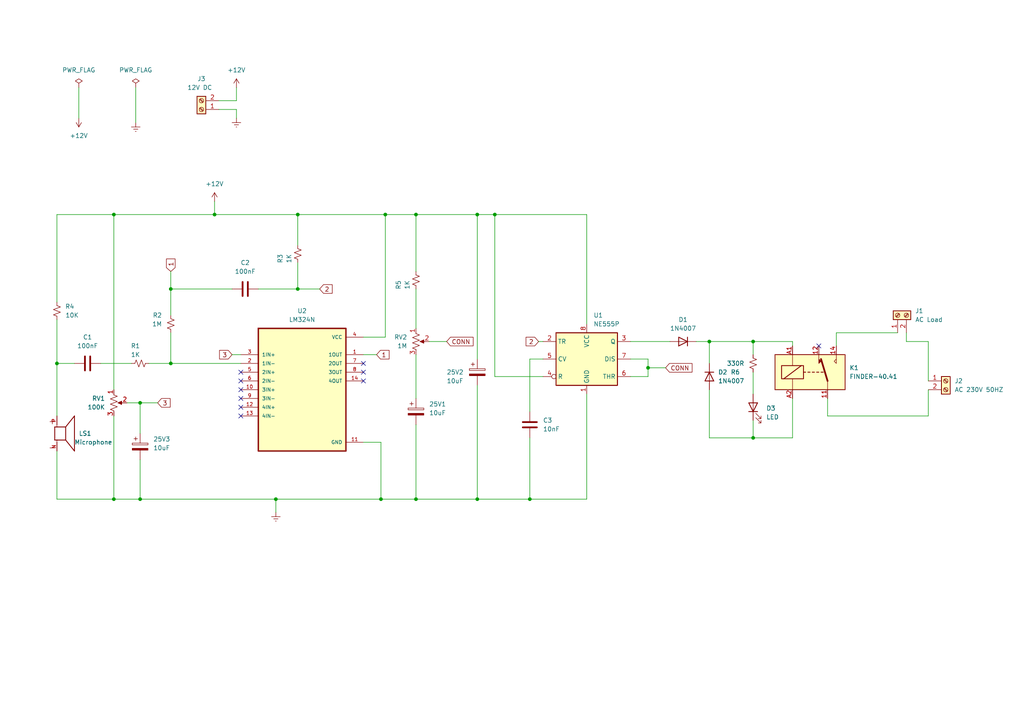
<source format=kicad_sch>
(kicad_sch (version 20230121) (generator eeschema)
  (paper "A4")
  (title_block (title "Sound Operated Module for AC Load ") (date "06.07.2023") (rev "1.0") (company "by Muxtar_Safarov"))
  (lib_symbols
    (symbol "Connector:Screw_Terminal_01x02" (pin_names (offset 1.016) hide)
      (property "Reference" "J" (at 0 2.54 0))
      (property "Value" "Screw_Terminal_01x02" (at 0 -5.08 0))
      (symbol "Screw_Terminal_01x02_1_1"
        (rectangle (start -1.27 1.27) (end 1.27 -3.81) (stroke (width 0.254)) (fill (type background)))
        (circle (center 0 -2.54) (radius 0.635) (stroke (width 0.1524)))
        (polyline (pts (xy -0.5334 -2.2098) (xy 0.3302 -3.048)) (stroke (width 0.1524)))
        (polyline (pts (xy -0.5334 0.3302) (xy 0.3302 -0.508)) (stroke (width 0.1524)))
        (polyline (pts (xy -0.3556 -2.032) (xy 0.508 -2.8702)) (stroke (width 0.1524)))
        (polyline (pts (xy -0.3556 0.508) (xy 0.508 -0.3302)) (stroke (width 0.1524)))
        (circle (center 0 0) (radius 0.635) (stroke (width 0.1524)))
        (pin passive line (at -5.08 0 0) (length 3.81) (name "Pin_1") (number "1"))
        (pin passive line (at -5.08 -2.54 0) (length 3.81) (name "Pin_2") (number "2"))
      )
    )
    (symbol "Device:C" (pin_numbers hide) (pin_names (offset 0.254))
      (property "Reference" "C" (at 0.635 2.54 0))
      (property "Value" "C" (at 0.635 -2.54 0))
      (symbol "C_0_1"
        (polyline (pts (xy -2.032 -0.762) (xy 2.032 -0.762)) (stroke (width 0.508)))
        (polyline (pts (xy -2.032 0.762) (xy 2.032 0.762)) (stroke (width 0.508)))
      )
      (symbol "C_1_1"
        (pin passive line (at 0 3.81 270) (length 2.794) (name "~") (number "1"))
        (pin passive line (at 0 -3.81 90) (length 2.794) (name "~") (number "2"))
      )
    )
    (symbol "Device:C_Polarized" (pin_numbers hide) (pin_names (offset 0.254))
      (property "Reference" "C" (at 0.635 2.54 0))
      (property "Value" "C_Polarized" (at 0.635 -2.54 0))
      (symbol "C_Polarized_0_1"
        (rectangle (start -2.286 0.508) (end 2.286 1.016))
        (polyline (pts (xy -1.778 2.286) (xy -0.762 2.286)))
        (polyline (pts (xy -1.27 2.794) (xy -1.27 1.778)))
        (rectangle (start 2.286 -0.508) (end -2.286 -1.016) (fill (type outline)))
      )
      (symbol "C_Polarized_1_1"
        (pin passive line (at 0 3.81 270) (length 2.794) (name "~") (number "1"))
        (pin passive line (at 0 -3.81 90) (length 2.794) (name "~") (number "2"))
      )
    )
    (symbol "Device:LED" (pin_numbers hide) (pin_names (offset 1.016) hide)
      (property "Reference" "D" (at 0 2.54 0))
      (property "Value" "LED" (at 0 -2.54 0))
      (symbol "LED_0_1"
        (polyline (pts (xy -1.27 -1.27) (xy -1.27 1.27)) (stroke (width 0.254)))
        (polyline (pts (xy -1.27 0) (xy 1.27 0)))
        (polyline (pts (xy 1.27 -1.27) (xy 1.27 1.27) (xy -1.27 0) (xy 1.27 -1.27)) (stroke (width 0.254)))
        (polyline (pts (xy -3.048 -0.762) (xy -4.572 -2.286) (xy -3.81 -2.286) (xy -4.572 -2.286) (xy -4.572 -1.524)))
        (polyline (pts (xy -1.778 -0.762) (xy -3.302 -2.286) (xy -2.54 -2.286) (xy -3.302 -2.286) (xy -3.302 -1.524)))
      )
      (symbol "LED_1_1"
        (pin passive line (at -3.81 0 0) (length 2.54) (name "K") (number "1"))
        (pin passive line (at 3.81 0 180) (length 2.54) (name "A") (number "2"))
      )
    )
    (symbol "Device:R_Potentiometer_US" (pin_names (offset 1.016) hide)
      (property "Reference" "RV" (at -4.445 0 90))
      (property "Value" "R_Potentiometer_US" (at -2.54 0 90))
      (symbol "R_Potentiometer_US_0_1"
        (polyline (pts (xy 0 -2.286) (xy 0 -2.54)))
        (polyline (pts (xy 0 2.54) (xy 0 2.286)))
        (polyline (pts (xy 2.54 0) (xy 1.524 0)))
        (polyline (pts (xy 1.143 0) (xy 2.286 0.508) (xy 2.286 -0.508) (xy 1.143 0)) (fill (type outline)))
        (polyline (pts (xy 0 -0.762) (xy 1.016 -1.143) (xy 0 -1.524) (xy -1.016 -1.905) (xy 0 -2.286)))
        (polyline (pts (xy 0 0.762) (xy 1.016 0.381) (xy 0 0) (xy -1.016 -0.381) (xy 0 -0.762)))
        (polyline (pts (xy 0 2.286) (xy 1.016 1.905) (xy 0 1.524) (xy -1.016 1.143) (xy 0 0.762)))
      )
      (symbol "R_Potentiometer_US_1_1"
        (pin passive line (at 0 3.81 270) (length 1.27) (name "1") (number "1"))
        (pin passive line (at 3.81 0 180) (length 1.27) (name "2") (number "2"))
        (pin passive line (at 0 -3.81 90) (length 1.27) (name "3") (number "3"))
      )
    )
    (symbol "Device:R_Small_US" (pin_numbers hide) (pin_names (offset 0.254) hide)
      (property "Reference" "R" (at 0.762 0.508 0))
      (property "Value" "R_Small_US" (at 0.762 -1.016 0))
      (symbol "R_Small_US_1_1"
        (polyline (pts (xy 0 0) (xy 1.016 -0.381) (xy 0 -0.762) (xy -1.016 -1.143) (xy 0 -1.524)))
        (polyline (pts (xy 0 1.524) (xy 1.016 1.143) (xy 0 0.762) (xy -1.016 0.381) (xy 0 0)))
        (pin passive line (at 0 2.54 270) (length 1.016) (name "~") (number "1"))
        (pin passive line (at 0 -2.54 90) (length 1.016) (name "~") (number "2"))
      )
    )
    (symbol "Diode:1N4007" (pin_numbers hide) (pin_names hide)
      (property "Reference" "D" (at 0 2.54 0))
      (property "Value" "1N4007" (at 0 -2.54 0))
      (symbol "1N4007_0_1"
        (polyline (pts (xy -1.27 1.27) (xy -1.27 -1.27)) (stroke (width 0.254)))
        (polyline (pts (xy 1.27 0) (xy -1.27 0)))
        (polyline (pts (xy 1.27 1.27) (xy 1.27 -1.27) (xy -1.27 0) (xy 1.27 1.27)) (stroke (width 0.254)))
      )
      (symbol "1N4007_1_1"
        (pin passive line (at -3.81 0 0) (length 2.54) (name "K") (number "1"))
        (pin passive line (at 3.81 0 180) (length 2.54) (name "A") (number "2"))
      )
    )
    (symbol "LM324N:LM324N" (pin_names (offset 1.016))
      (property "Reference" "U" (at -12.7 18.78 0))
      (property "Value" "LM324N" (at -12.7 -21.78 0))
      (symbol "LM324N_0_0"
        (rectangle (start -12.7 -17.78) (end 12.7 17.78) (stroke (width 0.41)) (fill (type background)))
        (pin output line (at 17.78 10.16 180) (length 5.08) (name "1OUT") (number "1"))
        (pin input line (at -17.78 0 0) (length 5.08) (name "3IN+") (number "10"))
        (pin power_in line (at 17.78 -15.24 180) (length 5.08) (name "GND") (number "11"))
        (pin input line (at -17.78 -5.08 0) (length 5.08) (name "4IN+") (number "12"))
        (pin input line (at -17.78 -7.62 0) (length 5.08) (name "4IN-") (number "13"))
        (pin output line (at 17.78 2.54 180) (length 5.08) (name "4OUT") (number "14"))
        (pin input line (at -17.78 7.62 0) (length 5.08) (name "1IN-") (number "2"))
        (pin input line (at -17.78 10.16 0) (length 5.08) (name "1IN+") (number "3"))
        (pin power_in line (at 17.78 15.24 180) (length 5.08) (name "VCC") (number "4"))
        (pin input line (at -17.78 5.08 0) (length 5.08) (name "2IN+") (number "5"))
        (pin input line (at -17.78 2.54 0) (length 5.08) (name "2IN-") (number "6"))
        (pin output line (at 17.78 7.62 180) (length 5.08) (name "2OUT") (number "7"))
        (pin output line (at 17.78 5.08 180) (length 5.08) (name "3OUT") (number "8"))
        (pin input line (at -17.78 -2.54 0) (length 5.08) (name "3IN-") (number "9"))
      )
    )
    (symbol "POM-3042P-R:POM-3042P-R" (pin_names (offset 1.016))
      (property "Reference" "LS" (at -1.27 6.35 0))
      (property "Value" "POM-3042P-R" (at -1.27 -8.255 0))
      (symbol "POM-3042P-R_0_0"
        (polyline (pts (xy -3.175 -1.905) (xy -2.54 -1.905)) (stroke (width 0.254)))
        (polyline (pts (xy -3.175 1.905) (xy -3.175 -1.905)) (stroke (width 0.254)))
        (polyline (pts (xy -3.175 1.905) (xy -2.54 1.905)) (stroke (width 0.254)))
        (polyline (pts (xy -2.54 -2.54) (xy -2.54 -1.905)) (stroke (width 0.1524)))
        (polyline (pts (xy -2.54 -1.905) (xy 0 -1.905)) (stroke (width 0.254)))
        (polyline (pts (xy -2.54 1.905) (xy 0 1.905)) (stroke (width 0.254)))
        (polyline (pts (xy -2.54 2.54) (xy -2.54 1.905)) (stroke (width 0.1524)))
        (polyline (pts (xy 0 -1.905) (xy 0 1.905)) (stroke (width 0.254)))
        (polyline (pts (xy 0 -1.905) (xy 2.54 -5.08)) (stroke (width 0.254)))
        (polyline (pts (xy 0 1.905) (xy 2.54 5.08)) (stroke (width 0.254)))
        (polyline (pts (xy 2.54 -5.08) (xy 2.54 5.08)) (stroke (width 0.254)))
        (text "+" (at -5.08 2.54 0) (effects (font (size 1.778 1.778)) (justify left bottom)))
        (text "-" (at -5.08 -5.08 0) (effects (font (size 1.778 1.778)) (justify left bottom)))
        (pin passive line (at -2.54 -5.08 90) (length 2.54) (name "~") (number "N"))
        (pin passive line (at -2.54 5.08 270) (length 2.54) (name "~") (number "P"))
      )
    )
    (symbol "Relay:FINDER-40.41"
      (property "Reference" "K" (at 11.43 3.81 0))
      (property "Value" "FINDER-40.41" (at 11.43 1.27 0))
      (symbol "FINDER-40.41_0_0"
        (polyline (pts (xy 7.62 5.08) (xy 7.62 2.54) (xy 6.985 3.175) (xy 7.62 3.81)))
      )
      (symbol "FINDER-40.41_0_1"
        (rectangle (start -10.16 5.08) (end 10.16 -5.08) (stroke (width 0.254)) (fill (type background)))
        (rectangle (start -8.255 1.905) (end -1.905 -1.905) (stroke (width 0.254)))
        (polyline (pts (xy -7.62 -1.905) (xy -2.54 1.905)) (stroke (width 0.254)))
        (polyline (pts (xy -5.08 -5.08) (xy -5.08 -1.905)))
        (polyline (pts (xy -5.08 5.08) (xy -5.08 1.905)))
        (polyline (pts (xy -1.905 0) (xy -1.27 0)) (stroke (width 0.254)))
        (polyline (pts (xy -0.635 0) (xy 0 0)) (stroke (width 0.254)))
        (polyline (pts (xy 0.635 0) (xy 1.27 0)) (stroke (width 0.254)))
        (polyline (pts (xy 1.905 0) (xy 2.54 0)) (stroke (width 0.254)))
        (polyline (pts (xy 3.175 0) (xy 3.81 0)) (stroke (width 0.254)))
        (polyline (pts (xy 5.08 -2.54) (xy 3.175 3.81)) (stroke (width 0.508)))
        (polyline (pts (xy 5.08 -2.54) (xy 5.08 -5.08)))
        (polyline (pts (xy 2.54 5.08) (xy 2.54 2.54) (xy 3.175 3.175) (xy 2.54 3.81)) (fill (type outline)))
      )
      (symbol "FINDER-40.41_1_1"
        (pin passive line (at 5.08 -7.62 90) (length 2.54) (name "~") (number "11"))
        (pin passive line (at 2.54 7.62 270) (length 2.54) (name "~") (number "12"))
        (pin passive line (at 7.62 7.62 270) (length 2.54) (name "~") (number "14"))
        (pin passive line (at -5.08 7.62 270) (length 2.54) (name "~") (number "A1"))
        (pin passive line (at -5.08 -7.62 90) (length 2.54) (name "~") (number "A2"))
      )
    )
    (symbol "Timer:NE555P"
      (property "Reference" "U" (at -10.16 8.89 0))
      (property "Value" "NE555P" (at 2.54 8.89 0))
      (symbol "NE555P_0_0"
        (pin power_in line (at 0 -10.16 90) (length 2.54) (name "GND") (number "1"))
        (pin power_in line (at 0 10.16 270) (length 2.54) (name "VCC") (number "8"))
      )
      (symbol "NE555P_0_1"
        (rectangle (start -8.89 -7.62) (end 8.89 7.62) (stroke (width 0.254)) (fill (type background)))
        (rectangle (start -8.89 -7.62) (end 8.89 7.62) (stroke (width 0.254)) (fill (type background)))
      )
      (symbol "NE555P_1_1"
        (pin input line (at -12.7 5.08 0) (length 3.81) (name "TR") (number "2"))
        (pin output line (at 12.7 5.08 180) (length 3.81) (name "Q") (number "3"))
        (pin input inverted (at -12.7 -5.08 0) (length 3.81) (name "R") (number "4"))
        (pin input line (at -12.7 0 0) (length 3.81) (name "CV") (number "5"))
        (pin input line (at 12.7 -5.08 180) (length 3.81) (name "THR") (number "6"))
        (pin input line (at 12.7 0 180) (length 3.81) (name "DIS") (number "7"))
      )
    )
    (symbol "power:+12V" (power) (pin_names (offset 0))
      (property "Value" "+12V" (at 0 3.556 0))
      (symbol "+12V_0_1"
        (polyline (pts (xy -0.762 1.27) (xy 0 2.54)))
        (polyline (pts (xy 0 0) (xy 0 2.54)))
        (polyline (pts (xy 0 2.54) (xy 0.762 1.27)))
      )
      (symbol "+12V_1_1"
        (pin power_in line (at 0 0 90) (length 0) hide (name "+12V") (number "1"))
      )
    )
    (symbol "power:Earth" (power) (pin_names (offset 0))
      (symbol "Earth_0_1"
        (polyline (pts (xy -0.635 -1.905) (xy 0.635 -1.905)))
        (polyline (pts (xy -0.127 -2.54) (xy 0.127 -2.54)))
        (polyline (pts (xy 0 -1.27) (xy 0 0)))
        (polyline (pts (xy 1.27 -1.27) (xy -1.27 -1.27)))
      )
      (symbol "Earth_1_1"
        (pin power_in line (at 0 0 270) (length 0) hide (name "Earth") (number "1"))
      )
    )
    (symbol "power:PWR_FLAG" (power) (pin_numbers hide) (pin_names (offset 0) hide)
      (property "Value" "PWR_FLAG" (at 0 3.81 0))
      (symbol "PWR_FLAG_0_0"
        (pin power_out line (at 0 0 90) (length 0) (name "pwr") (number "1"))
      )
      (symbol "PWR_FLAG_0_1"
        (polyline (pts (xy 0 0) (xy 0 1.27) (xy -1.016 1.905) (xy 0 2.54) (xy 1.016 1.905) (xy 0 1.27)))
      )
    )
  )
  (junction (at 110.49 144.78))
  (junction (at 40.64 144.78))
  (junction (at 120.65 144.78))
  (junction (at 62.23 62.23))
  (junction (at 120.65 62.23))
  (junction (at 16.51 105.41))
  (junction (at 49.53 105.41))
  (junction (at 40.64 116.84))
  (junction (at 49.53 83.82))
  (junction (at 205.74 99.06))
  (junction (at 218.44 99.06))
  (junction (at 138.43 62.23))
  (junction (at 143.51 62.23))
  (junction (at 187.96 106.68))
  (junction (at 86.36 83.82))
  (junction (at 86.36 62.23))
  (junction (at 80.01 144.78))
  (junction (at 33.02 144.78))
  (junction (at 153.67 144.78))
  (junction (at 138.43 144.78))
  (junction (at 33.02 62.23))
  (junction (at 111.76 62.23))
  (junction (at 218.44 127))
  (no_connect (at 237.49 100.33))
  (no_connect (at 69.85 118.11))
  (no_connect (at 69.85 107.95))
  (no_connect (at 105.41 105.41))
  (no_connect (at 69.85 110.49))
  (no_connect (at 105.41 110.49))
  (no_connect (at 69.85 115.57))
  (no_connect (at 69.85 120.65))
  (no_connect (at 105.41 107.95))
  (no_connect (at 69.85 113.03))
  (wire (pts (xy 105.41 102.87) (xy 109.22 102.87)))
  (wire (pts (xy 187.96 106.68) (xy 193.04 106.68)))
  (wire (pts (xy 120.65 83.82) (xy 120.65 95.25)))
  (wire (pts (xy 16.51 62.23) (xy 33.02 62.23)))
  (wire (pts (xy 68.58 31.75) (xy 68.58 34.29)))
  (wire (pts (xy 33.02 144.78) (xy 40.64 144.78)))
  (wire (pts (xy 187.96 106.68) (xy 187.96 109.22)))
  (wire (pts (xy 16.51 105.41) (xy 16.51 120.65)))
  (wire (pts (xy 49.53 83.82) (xy 67.31 83.82)))
  (wire (pts (xy 205.74 99.06) (xy 205.74 105.41)))
  (wire (pts (xy 218.44 127) (xy 218.44 121.92)))
  (wire (pts (xy 105.41 97.79) (xy 111.76 97.79)))
  (wire (pts (xy 138.43 144.78) (xy 153.67 144.78)))
  (wire (pts (xy 229.87 100.33) (xy 229.87 99.06)))
  (wire (pts (xy 138.43 62.23) (xy 143.51 62.23)))
  (wire (pts (xy 182.88 104.14) (xy 187.96 104.14)))
  (wire (pts (xy 269.24 120.65) (xy 240.03 120.65)))
  (wire (pts (xy 143.51 62.23) (xy 170.18 62.23)))
  (wire (pts (xy 218.44 102.87) (xy 218.44 99.06)))
  (wire (pts (xy 260.35 96.52) (xy 242.57 96.52)))
  (wire (pts (xy 170.18 114.3) (xy 170.18 144.78)))
  (wire (pts (xy 269.24 99.06) (xy 269.24 110.49)))
  (wire (pts (xy 182.88 99.06) (xy 194.31 99.06)))
  (wire (pts (xy 62.23 62.23) (xy 86.36 62.23)))
  (wire (pts (xy 63.5 29.21) (xy 68.58 29.21)))
  (wire (pts (xy 68.58 29.21) (xy 68.58 25.4)))
  (wire (pts (xy 262.89 96.52) (xy 262.89 99.06)))
  (wire (pts (xy 39.37 25.4) (xy 39.37 35.56)))
  (wire (pts (xy 16.51 130.81) (xy 16.51 144.78)))
  (wire (pts (xy 33.02 62.23) (xy 62.23 62.23)))
  (wire (pts (xy 153.67 144.78) (xy 170.18 144.78)))
  (wire (pts (xy 40.64 133.35) (xy 40.64 144.78)))
  (wire (pts (xy 22.86 25.4) (xy 22.86 34.29)))
  (wire (pts (xy 156.21 99.06) (xy 157.48 99.06)))
  (wire (pts (xy 110.49 128.27) (xy 110.49 144.78)))
  (wire (pts (xy 29.21 105.41) (xy 38.1 105.41)))
  (wire (pts (xy 33.02 120.65) (xy 33.02 144.78)))
  (wire (pts (xy 16.51 87.63) (xy 16.51 62.23)))
  (wire (pts (xy 62.23 58.42) (xy 62.23 62.23)))
  (wire (pts (xy 49.53 105.41) (xy 69.85 105.41)))
  (wire (pts (xy 153.67 104.14) (xy 153.67 119.38)))
  (wire (pts (xy 120.65 102.87) (xy 120.65 115.57)))
  (wire (pts (xy 205.74 127) (xy 218.44 127)))
  (wire (pts (xy 229.87 99.06) (xy 218.44 99.06)))
  (wire (pts (xy 80.01 144.78) (xy 80.01 148.59)))
  (wire (pts (xy 67.31 102.87) (xy 69.85 102.87)))
  (wire (pts (xy 262.89 99.06) (xy 269.24 99.06)))
  (wire (pts (xy 229.87 127) (xy 218.44 127)))
  (wire (pts (xy 124.46 99.06) (xy 129.54 99.06)))
  (wire (pts (xy 110.49 144.78) (xy 120.65 144.78)))
  (wire (pts (xy 33.02 113.03) (xy 33.02 62.23)))
  (wire (pts (xy 157.48 109.22) (xy 143.51 109.22)))
  (wire (pts (xy 43.18 105.41) (xy 49.53 105.41)))
  (wire (pts (xy 16.51 144.78) (xy 33.02 144.78)))
  (wire (pts (xy 120.65 144.78) (xy 138.43 144.78)))
  (wire (pts (xy 120.65 123.19) (xy 120.65 144.78)))
  (wire (pts (xy 16.51 92.71) (xy 16.51 105.41)))
  (wire (pts (xy 157.48 104.14) (xy 153.67 104.14)))
  (wire (pts (xy 218.44 99.06) (xy 205.74 99.06)))
  (wire (pts (xy 229.87 115.57) (xy 229.87 127)))
  (wire (pts (xy 153.67 127) (xy 153.67 144.78)))
  (wire (pts (xy 111.76 97.79) (xy 111.76 62.23)))
  (wire (pts (xy 49.53 78.74) (xy 49.53 83.82)))
  (wire (pts (xy 187.96 109.22) (xy 182.88 109.22)))
  (wire (pts (xy 170.18 93.98) (xy 170.18 62.23)))
  (wire (pts (xy 187.96 104.14) (xy 187.96 106.68)))
  (wire (pts (xy 138.43 111.76) (xy 138.43 144.78)))
  (wire (pts (xy 40.64 116.84) (xy 45.72 116.84)))
  (wire (pts (xy 40.64 125.73) (xy 40.64 116.84)))
  (wire (pts (xy 49.53 96.52) (xy 49.53 105.41)))
  (wire (pts (xy 86.36 83.82) (xy 92.71 83.82)))
  (wire (pts (xy 21.59 105.41) (xy 16.51 105.41)))
  (wire (pts (xy 105.41 128.27) (xy 110.49 128.27)))
  (wire (pts (xy 269.24 113.03) (xy 269.24 120.65)))
  (wire (pts (xy 240.03 120.65) (xy 240.03 115.57)))
  (wire (pts (xy 120.65 62.23) (xy 138.43 62.23)))
  (wire (pts (xy 201.93 99.06) (xy 205.74 99.06)))
  (wire (pts (xy 63.5 31.75) (xy 68.58 31.75)))
  (wire (pts (xy 143.51 109.22) (xy 143.51 62.23)))
  (wire (pts (xy 36.83 116.84) (xy 40.64 116.84)))
  (wire (pts (xy 86.36 76.2) (xy 86.36 83.82)))
  (wire (pts (xy 80.01 144.78) (xy 110.49 144.78)))
  (wire (pts (xy 205.74 113.03) (xy 205.74 127)))
  (wire (pts (xy 218.44 107.95) (xy 218.44 114.3)))
  (wire (pts (xy 242.57 96.52) (xy 242.57 100.33)))
  (wire (pts (xy 86.36 83.82) (xy 74.93 83.82)))
  (wire (pts (xy 40.64 144.78) (xy 80.01 144.78)))
  (wire (pts (xy 111.76 62.23) (xy 120.65 62.23)))
  (wire (pts (xy 49.53 83.82) (xy 49.53 91.44)))
  (wire (pts (xy 138.43 104.14) (xy 138.43 62.23)))
  (wire (pts (xy 86.36 62.23) (xy 111.76 62.23)))
  (wire (pts (xy 86.36 62.23) (xy 86.36 71.12)))
  (wire (pts (xy 120.65 78.74) (xy 120.65 62.23)))
  (global_label "1" (shape input) (at 49.53 78.74 90) (property "Intersheetrefs" "${INTERSHEET_REFS}" (effects hide)))
  (global_label "1" (shape input) (at 109.22 102.87 0) (property "Intersheetrefs" "${INTERSHEET_REFS}" (effects hide)))
  (global_label "2" (shape input) (at 156.21 99.06 180) (property "Intersheetrefs" "${INTERSHEET_REFS}" (effects hide)))
  (global_label "CONN" (shape input) (at 129.54 99.06 0) (property "Intersheetrefs" "${INTERSHEET_REFS}" (effects hide)))
  (global_label "3" (shape input) (at 67.31 102.87 180) (property "Intersheetrefs" "${INTERSHEET_REFS}" (effects hide)))
  (global_label "CONN" (shape input) (at 193.04 106.68 0) (property "Intersheetrefs" "${INTERSHEET_REFS}" (effects hide)))
  (global_label "2" (shape input) (at 92.71 83.82 0) (property "Intersheetrefs" "${INTERSHEET_REFS}" (effects hide)))
  (global_label "3" (shape input) (at 45.72 116.84 0) (property "Intersheetrefs" "${INTERSHEET_REFS}" (effects hide)))
  (symbol (lib_id "Device:C") (at 153.67 123.19 180) (unit 1)
    (property "Reference" "C3" (at 157.48 121.92 0) (effects (justify right)))
    (property "Value" "10nF" (at 157.48 124.46 0) (effects (justify right)))
    (property "Footprint" "Capacitor_THT:C_Disc_D7.5mm_W5.0mm_P7.50mm" (effects hide))
  )
  (symbol (lib_id "POM-3042P-R:POM-3042P-R") (at 19.05 125.73 0) (unit 1)
    (property "Reference" "LS1" (at 22.86 125.73 0) (effects (justify left)))
    (property "Value" "Microphone" (at 21.59 128.27 0) (effects (justify left)))
    (property "Footprint" "POM-3042P-R:MIC_POM-3042P-R" (effects hide))
    (property "MF" "PUI Audio" (effects hide))
    (property "MAXIMUM_PACKAGE_HEIGHT" "3.2 mm" (effects hide))
    (property "Package" "None" (effects hide))
    (property "Price" "None" (effects hide))
    (property "Check_prices" "https://www.snapeda.com/parts/POM-3042P-R/PUI+Audio%252C+Inc./view-part/?ref=eda" (effects hide))
    (property "STANDARD" "IPC 7351B" (effects hide))
    (property "PARTREV" "B" (effects hide))
    (property "SnapEDA_Link" "https://www.snapeda.com/parts/POM-3042P-R/PUI+Audio%252C+Inc./view-part/?ref=snap" (effects hide))
    (property "MP" "POM-3042P-R" (effects hide))
    (property "Description" "\nMICROPHONE -42DB 2VDC\n" (effects hide))
    (property "Availability" "In Stock" (effects hide))
    (property "MANUFACTURER" "PUI Audio" (effects hide))
  )
  (symbol (lib_id "Connector:Screw_Terminal_01x02") (at 58.42 31.75 180) (unit 1)
    (property "Reference" "J3" (at 58.42 22.86 0))
    (property "Value" "12V DC " (at 58.42 25.4 0))
    (property "Footprint" "TerminalBlock:TerminalBlock_bornier-2_P5.08mm" (effects hide))
  )
  (symbol (lib_id "power:+12V") (at 62.23 58.42 0) (unit 1)
    (property "Reference" "#PWR01" (effects hide))
    (property "Value" "+12V" (at 62.23 53.34 0))
  )
  (symbol (lib_id "power:Earth") (at 39.37 35.56 0) (unit 1)
    (property "Reference" "#PWR04" (effects hide))
    (property "Value" "Earth" (effects hide))
  )
  (symbol (lib_id "Device:C_Polarized") (at 138.43 107.95 0) (unit 1)
    (property "Reference" "25V2" (at 129.54 107.95 0) (effects (justify left)))
    (property "Value" "10uF" (at 129.54 110.49 0) (effects (justify left)))
    (property "Footprint" "Capacitor_THT:C_Disc_D7.5mm_W5.0mm_P7.50mm" (effects hide))
  )
  (symbol (lib_id "LM324N:LM324N") (at 87.63 113.03 0) (unit 1)
    (property "Reference" "U2" (at 87.63 90.17 0))
    (property "Value" "LM324N" (at 87.63 92.71 0))
    (property "Footprint" "Package_DIP:DIP-14_W7.62mm" (effects hide))
    (property "MF" "STMicroelectronics" (effects hide))
    (property "Description" "\nOperational amplifier; 3÷32VDC; Channels: 4; DIP14\n" (effects hide))
    (property "Package" "DIP-14 Motorola" (effects hide))
    (property "Price" "None" (effects hide))
    (property "SnapEDA_Link" "https://www.snapeda.com/parts/LM324N/STMicroelectronics/view-part/?ref=snap" (effects hide))
    (property "MP" "LM324N" (effects hide))
    (property "Availability" "In Stock" (effects hide))
    (property "Check_prices" "https://www.snapeda.com/parts/LM324N/STMicroelectronics/view-part/?ref=eda" (effects hide))
  )
  (symbol (lib_id "Device:R_Potentiometer_US") (at 33.02 116.84 0) (unit 1)
    (property "Reference" "RV1" (at 30.48 115.57 0) (effects (justify right)))
    (property "Value" "100K" (at 30.48 118.11 0) (effects (justify right)))
    (property "Footprint" "Potentiometer_THT:Potentiometer_Vishay_148-149_Single_Horizontal" (effects hide))
  )
  (symbol (lib_id "power:+12V") (at 22.86 34.29 180) (unit 1)
    (property "Reference" "#PWR03" (effects hide))
    (property "Value" "+12V" (at 22.86 39.37 0))
  )
  (symbol (lib_id "power:PWR_FLAG") (at 22.86 25.4 0) (unit 1)
    (property "Reference" "#FLG01" (effects hide))
    (property "Value" "PWR_FLAG" (at 22.86 20.32 0))
  )
  (symbol (lib_id "Device:R_Small_US") (at 86.36 73.66 180) (unit 1)
    (property "Reference" "R3" (at 81.28 73.66 90) (effects (justify left)))
    (property "Value" "1K" (at 83.82 73.66 90) (effects (justify left)))
    (property "Footprint" "Resistor_THT:R_Axial_DIN0414_L11.9mm_D4.5mm_P15.24mm_Horizontal" (effects hide))
  )
  (symbol (lib_id "Connector:Screw_Terminal_01x02") (at 274.32 110.49 0) (unit 1)
    (property "Reference" "J2" (at 276.86 110.49 0) (effects (justify left)))
    (property "Value" "AC 230V 50HZ " (at 276.86 113.03 0) (effects (justify left)))
    (property "Footprint" "TerminalBlock:TerminalBlock_bornier-2_P5.08mm" (effects hide))
  )
  (symbol (lib_id "Device:C_Polarized") (at 120.65 119.38 0) (unit 1)
    (property "Reference" "25V1" (at 124.46 117.221 0) (effects (justify left)))
    (property "Value" "10uF" (at 124.46 119.761 0) (effects (justify left)))
    (property "Footprint" "Capacitor_THT:C_Disc_D7.5mm_W5.0mm_P7.50mm" (effects hide))
  )
  (symbol (lib_id "power:Earth") (at 80.01 148.59 0) (unit 1)
    (property "Reference" "#PWR02" (effects hide))
    (property "Value" "Earth" (effects hide))
  )
  (symbol (lib_id "Device:LED") (at 218.44 118.11 90) (unit 1)
    (property "Reference" "D3" (at 222.25 118.4275 90) (effects (justify right)))
    (property "Value" "LED" (at 222.25 120.9675 90) (effects (justify right)))
    (property "Footprint" "LED_THT:LED_D5.0mm" (effects hide))
  )
  (symbol (lib_id "Timer:NE555P") (at 170.18 104.14 0) (unit 1)
    (property "Reference" "U1" (at 172.1359 91.44 0) (effects (justify left)))
    (property "Value" "NE555P" (at 172.1359 93.98 0) (effects (justify left)))
    (property "Footprint" "Package_DIP:DIP-8_W7.62mm" (effects hide))
    (property "Datasheet" "http://www.ti.com/lit/ds/symlink/ne555.pdf" (effects hide))
  )
  (symbol (lib_id "Device:R_Small_US") (at 218.44 105.41 180) (unit 1)
    (property "Reference" "R6" (at 214.63 107.95 0) (effects (justify left)))
    (property "Value" "330R" (at 215.9 105.41 0) (effects (justify left)))
    (property "Footprint" "Resistor_THT:R_Axial_DIN0414_L11.9mm_D4.5mm_P15.24mm_Horizontal" (effects hide))
  )
  (symbol (lib_id "Relay:FINDER-40.41") (at 234.95 107.95 0) (unit 1)
    (property "Reference" "K1" (at 246.38 106.68 0) (effects (justify left)))
    (property "Value" "FINDER-40.41" (at 246.38 109.22 0) (effects (justify left)))
    (property "Footprint" "Relay_THT:Relay_SPDT_Finder_40.41" (effects hide))
    (property "Datasheet" "https://www.finder-relais.net/de/finder-relais-serie-40.pdf" (effects hide))
  )
  (symbol (lib_id "power:Earth") (at 68.58 34.29 0) (unit 1)
    (property "Reference" "#PWR06" (effects hide))
    (property "Value" "Earth" (effects hide))
  )
  (symbol (lib_id "Diode:1N4007") (at 198.12 99.06 180) (unit 1)
    (property "Reference" "D1" (at 198.12 92.71 0))
    (property "Value" "1N4007" (at 198.12 95.25 0))
    (property "Footprint" "Diode_THT:D_DO-41_SOD81_P10.16mm_Horizontal" (effects hide))
    (property "Datasheet" "http://www.vishay.com/docs/88503/1n4001.pdf" (effects hide))
    (property "Sim.Device" "D" (effects hide))
    (property "Sim.Pins" "1=K 2=A" (effects hide))
  )
  (symbol (lib_id "power:+12V") (at 68.58 25.4 0) (unit 1)
    (property "Reference" "#PWR05" (effects hide))
    (property "Value" "+12V" (at 68.58 20.32 0))
  )
  (symbol (lib_id "Device:R_Small_US") (at 120.65 81.28 180) (unit 1)
    (property "Reference" "R5" (at 115.57 81.28 90) (effects (justify left)))
    (property "Value" "1K" (at 118.11 81.28 90) (effects (justify left)))
    (property "Footprint" "Resistor_THT:R_Axial_DIN0414_L11.9mm_D4.5mm_P15.24mm_Horizontal" (effects hide))
  )
  (symbol (lib_id "power:PWR_FLAG") (at 39.37 25.4 0) (unit 1)
    (property "Reference" "#FLG02" (effects hide))
    (property "Value" "PWR_FLAG" (at 39.37 20.32 0))
  )
  (symbol (lib_id "Device:R_Potentiometer_US") (at 120.65 99.06 0) (unit 1)
    (property "Reference" "RV2" (at 118.11 97.79 0) (effects (justify right)))
    (property "Value" "1M" (at 118.11 100.33 0) (effects (justify right)))
    (property "Footprint" "Potentiometer_THT:Potentiometer_Vishay_148-149_Single_Horizontal" (effects hide))
  )
  (symbol (lib_id "Device:C") (at 71.12 83.82 90) (unit 1)
    (property "Reference" "C2" (at 71.12 76.2 90))
    (property "Value" "100nF" (at 71.12 78.74 90))
    (property "Footprint" "Capacitor_THT:C_Disc_D7.5mm_W5.0mm_P7.50mm" (effects hide))
  )
  (symbol (lib_id "Device:C_Polarized") (at 40.64 129.54 0) (unit 1)
    (property "Reference" "25V3" (at 44.45 127.381 0) (effects (justify left)))
    (property "Value" "10uF" (at 44.45 129.921 0) (effects (justify left)))
    (property "Footprint" "Capacitor_THT:C_Disc_D7.5mm_W5.0mm_P7.50mm" (effects hide))
  )
  (symbol (lib_id "Connector:Screw_Terminal_01x02") (at 260.35 91.44 90) (unit 1)
    (property "Reference" "J1" (at 265.43 90.17 90) (effects (justify right)))
    (property "Value" "AC Load" (at 265.43 92.71 90) (effects (justify right)))
    (property "Footprint" "TerminalBlock:TerminalBlock_bornier-2_P5.08mm" (effects hide))
  )
  (symbol (lib_id "Device:C") (at 25.4 105.41 90) (unit 1)
    (property "Reference" "C1" (at 25.4 97.79 90))
    (property "Value" "100nF" (at 25.4 100.33 90))
    (property "Footprint" "Capacitor_THT:C_Disc_D7.5mm_W5.0mm_P7.50mm" (effects hide))
  )
  (symbol (lib_id "Diode:1N4007") (at 205.74 109.22 270) (unit 1)
    (property "Reference" "D2" (at 208.28 107.95 90) (effects (justify left)))
    (property "Value" "1N4007" (at 208.28 110.49 90) (effects (justify left)))
    (property "Footprint" "Diode_THT:D_DO-41_SOD81_P10.16mm_Horizontal" (effects hide))
    (property "Datasheet" "http://www.vishay.com/docs/88503/1n4001.pdf" (effects hide))
    (property "Sim.Device" "D" (effects hide))
    (property "Sim.Pins" "1=K 2=A" (effects hide))
  )
  (symbol (lib_id "Device:R_Small_US") (at 16.51 90.17 180) (unit 1)
    (property "Reference" "R4" (at 21.59 88.9 0) (effects (justify left)))
    (property "Value" "10K" (at 22.86 91.44 0) (effects (justify left)))
    (property "Footprint" "Resistor_THT:R_Axial_DIN0414_L11.9mm_D4.5mm_P15.24mm_Horizontal" (effects hide))
  )
  (symbol (lib_id "Device:R_Small_US") (at 40.64 105.41 90) (unit 1)
    (property "Reference" "R1" (at 40.64 100.33 90) (effects (justify left)))
    (property "Value" "1K" (at 40.64 102.87 90) (effects (justify left)))
    (property "Footprint" "Resistor_THT:R_Axial_DIN0414_L11.9mm_D4.5mm_P15.24mm_Horizontal" (effects hide))
  )
  (symbol (lib_id "Device:R_Small_US") (at 49.53 93.98 180) (unit 1)
    (property "Reference" "R2" (at 46.99 91.44 0) (effects (justify left)))
    (property "Value" "1M" (at 46.99 93.98 0) (effects (justify left)))
    (property "Footprint" "Resistor_THT:R_Axial_DIN0414_L11.9mm_D4.5mm_P15.24mm_Horizontal" (effects hide))
  )
)
</source>
